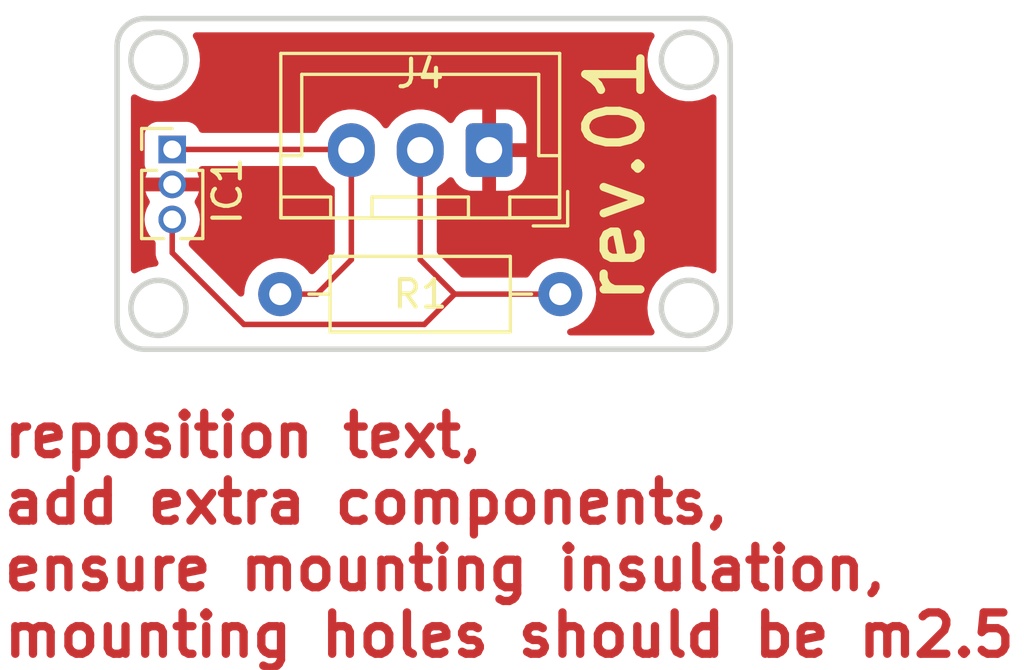
<source format=kicad_pcb>
(kicad_pcb (version 20240108) (generator "pcbnew") (generator_version "8.0")
  (layers (0 "F.Cu" signal) (31 "B.Cu" signal) (34 "B.Paste" user) (35 "F.Paste" user) (36 "B.SilkS" user "B.Silkscreen") (37 "F.SilkS" user "F.Silkscreen") (38 "B.Mask" user) (39 "F.Mask" user) (44 "Edge.Cuts" user))
  (net 0 "")
  (net 1 "Net-(IC1-SUPPLY)")
  (net 2 "Net-(IC1-OUTPUT)")
  (net 3 "GNDREF")
  (footprint "Connector_PinHeader_1.27mm:PinHeader_1x03_P1.27mm_Vertical" (layer "F.Cu") (at 100.75 78.25)
    (property "Reference" "IC1" (at 2 1.5 90) (layer "F.SilkS"))
    (property "Value" "A3144EUA")
    (fp_line (start -1.11 -0.76) (end 0 -0.76) (stroke (width 0.12)) (layer "F.SilkS"))
    (fp_line (start -1.11 0) (end -1.11 -0.76) (stroke (width 0.12)) (layer "F.SilkS"))
    (fp_line (start -1.11 0.76) (end -1.11 3.235) (stroke (width 0.12)) (layer "F.SilkS"))
    (fp_line (start -1.11 0.76) (end -0.563471 0.76) (stroke (width 0.12)) (layer "F.SilkS"))
    (fp_line (start -1.11 3.235) (end -0.30753 3.235) (stroke (width 0.12)) (layer "F.SilkS"))
    (fp_line (start 0.30753 3.235) (end 1.11 3.235) (stroke (width 0.12)) (layer "F.SilkS"))
    (fp_line (start 0.563471 0.76) (end 1.11 0.76) (stroke (width 0.12)) (layer "F.SilkS"))
    (fp_line (start 1.11 0.76) (end 1.11 3.235) (stroke (width 0.12)) (layer "F.SilkS"))
    (pad "1" thru_hole rect (at 0 0) (size 1 1) (drill 0.65) (layers "*.Cu" "*.Mask") (net 1 "Net-(IC1-SUPPLY)"))
    (pad "2" thru_hole oval (at 0 1.27) (size 1 1) (drill 0.65) (layers "*.Cu" "*.Mask") (net 3 "GNDREF"))
    (pad "3" thru_hole oval (at 0 2.54) (size 1 1) (drill 0.65) (layers "*.Cu" "*.Mask") (net 2 "Net-(IC1-OUTPUT)"))
  )
  (footprint "Resistor_THT:R_Axial_DIN0207_L6.3mm_D2.5mm_P10.16mm_Horizontal" (layer "F.Cu") (at 114.83 83.5 180)
    (property "Reference" "R1" (at 5.08 0 180) (layer "F.SilkS"))
    (property "Value" "10kΩ")
    (fp_line (start 9.12 0) (end 8.35 0) (stroke (width 0.12)) (layer "F.SilkS"))
    (fp_line (start 8.35 1.37) (end 8.35 -1.37) (stroke (width 0.12)) (layer "F.SilkS"))
    (fp_line (start 8.35 -1.37) (end 1.81 -1.37) (stroke (width 0.12)) (layer "F.SilkS"))
    (fp_line (start 1.81 1.37) (end 8.35 1.37) (stroke (width 0.12)) (layer "F.SilkS"))
    (fp_line (start 1.81 -1.37) (end 1.81 1.37) (stroke (width 0.12)) (layer "F.SilkS"))
    (fp_line (start 1.04 0) (end 1.81 0) (stroke (width 0.12)) (layer "F.SilkS"))
    (pad "1" thru_hole circle (at 0 0 180) (size 1.6 1.6) (drill 0.8) (layers "*.Cu" "*.Mask") (net 2 "Net-(IC1-OUTPUT)"))
    (pad "2" thru_hole oval (at 10.16 0 180) (size 1.6 1.6) (drill 0.8) (layers "*.Cu" "*.Mask") (net 1 "Net-(IC1-SUPPLY)"))
  )
  (footprint "Connector_JST:JST_XH_B3B-XH-A_1x03_P2.50mm_Vertical" (layer "F.Cu") (at 112.25 78.275 180)
    (property "Reference" "J4" (at 2.5 2.775 180) (layer "F.SilkS"))
    (property "Value" "Conn_01x03")
    (fp_line (start 7.56 3.51) (end 7.56 -2.46) (stroke (width 0.12)) (layer "F.SilkS"))
    (fp_line (start 7.56 -2.46) (end -2.56 -2.46) (stroke (width 0.12)) (layer "F.SilkS"))
    (fp_line (start 7.55 -0.2) (end 6.8 -0.2) (stroke (width 0.12)) (layer "F.SilkS"))
    (fp_line (start 7.55 -1.7) (end 7.55 -2.45) (stroke (width 0.12)) (layer "F.SilkS"))
    (fp_line (start 7.55 -2.45) (end 5.75 -2.45) (stroke (width 0.12)) (layer "F.SilkS"))
    (fp_line (start 6.8 2.75) (end 2.5 2.75) (stroke (width 0.12)) (layer "F.SilkS"))
    (fp_line (start 6.8 -0.2) (end 6.8 2.75) (stroke (width 0.12)) (layer "F.SilkS"))
    (fp_line (start 5.75 -1.7) (end 7.55 -1.7) (stroke (width 0.12)) (layer "F.SilkS"))
    (fp_line (start 5.75 -2.45) (end 5.75 -1.7) (stroke (width 0.12)) (layer "F.SilkS"))
    (fp_line (start 4.25 -1.7) (end 4.25 -2.45) (stroke (width 0.12)) (layer "F.SilkS"))
    (fp_line (start 4.25 -2.45) (end 0.75 -2.45) (stroke (width 0.12)) (layer "F.SilkS"))
    (fp_line (start 0.75 -1.7) (end 4.25 -1.7) (stroke (width 0.12)) (layer "F.SilkS"))
    (fp_line (start 0.75 -2.45) (end 0.75 -1.7) (stroke (width 0.12)) (layer "F.SilkS"))
    (fp_line (start -0.75 -1.7) (end -0.75 -2.45) (stroke (width 0.12)) (layer "F.SilkS"))
    (fp_line (start -0.75 -2.45) (end -2.55 -2.45) (stroke (width 0.12)) (layer "F.SilkS"))
    (fp_line (start -1.6 -2.75) (end -2.85 -2.75) (stroke (width 0.12)) (layer "F.SilkS"))
    (fp_line (start -1.8 2.75) (end 2.5 2.75) (stroke (width 0.12)) (layer "F.SilkS"))
    (fp_line (start -1.8 -0.2) (end -1.8 2.75) (stroke (width 0.12)) (layer "F.SilkS"))
    (fp_line (start -2.55 -0.2) (end -1.8 -0.2) (stroke (width 0.12)) (layer "F.SilkS"))
    (fp_line (start -2.55 -1.7) (end -0.75 -1.7) (stroke (width 0.12)) (layer "F.SilkS"))
    (fp_line (start -2.55 -2.45) (end -2.55 -1.7) (stroke (width 0.12)) (layer "F.SilkS"))
    (fp_line (start -2.56 3.51) (end 7.56 3.51) (stroke (width 0.12)) (layer "F.SilkS"))
    (fp_line (start -2.56 -2.46) (end -2.56 3.51) (stroke (width 0.12)) (layer "F.SilkS"))
    (fp_line (start -2.85 -2.75) (end -2.85 -1.5) (stroke (width 0.12)) (layer "F.SilkS"))
    (pad "1" thru_hole roundrect (at 0 0 180) (size 1.7 1.95) (drill 0.95) (layers "*.Cu" "*.Mask") (roundrect_rratio 0.147059) (net 3 "GNDREF"))
    (pad "2" thru_hole oval (at 2.5 0 180) (size 1.7 1.95) (drill 0.95) (layers "*.Cu" "*.Mask") (net 2 "Net-(IC1-OUTPUT)"))
    (pad "3" thru_hole oval (at 5 0 180) (size 1.7 1.95) (drill 0.95) (layers "*.Cu" "*.Mask") (net 1 "Net-(IC1-SUPPLY)"))
  )
  (gr_circle (center 119.5 84) (end 120.5 84) (stroke (width 0.2)) (fill none) (layer "Edge.Cuts"))
  (gr_circle (center 100.25 84) (end 101.25 84) (stroke (width 0.2)) (fill none) (layer "Edge.Cuts"))
  (gr_arc (start 98.75 74.5) (mid 99.042893 73.792893) (end 99.75 73.5) (stroke (width 0.2)) (layer "Edge.Cuts"))
  (gr_arc (start 120.999998 84.499998) (mid 120.707105 85.207105) (end 119.999998 85.499998) (stroke (width 0.2)) (layer "Edge.Cuts"))
  (gr_circle (center 100.25 75) (end 100.25 74) (stroke (width 0.2)) (fill none) (layer "Edge.Cuts"))
  (gr_arc (start 119.999998 73.5) (mid 120.707104 73.792893) (end 120.999998 74.5) (stroke (width 0.2)) (layer "Edge.Cuts"))
  (gr_circle (center 119.5 75) (end 120.5 75) (stroke (width 0.2)) (fill none) (layer "Edge.Cuts"))
  (gr_line (start 119.999998 85.499998) (end 99.75 85.499998) (stroke (width 0.2)) (layer "Edge.Cuts"))
  (gr_line (start 120.999998 74.5) (end 120.999998 84.499998) (stroke (width 0.2)) (layer "Edge.Cuts"))
  (gr_line (start 99.75 73.5) (end 119.999998 73.5) (stroke (width 0.2)) (layer "Edge.Cuts"))
  (gr_line (start 98.75 84.499998) (end 98.75 74.5) (stroke (width 0.2)) (layer "Edge.Cuts"))
  (gr_arc (start 99.75 85.499998) (mid 99.042893 85.207105) (end 98.75 84.499998) (stroke (width 0.2)) (layer "Edge.Cuts"))
  (gr_text "reposition text, \nadd extra components, \nensure mounting insulation, \nmounting holes should be m2.5" (at 94.5 96.75 0) (layer "F.Cu") (effects (font (size 1.5 1.5) (thickness 0.3) (bold yes)) (justify left bottom)))
  (gr_text "rev.01\n" (at 118 84 90) (layer "F.SilkS") (effects (font (size 2 2) (thickness 0.3)) (justify left bottom)))
  (segment (start 106 83.5) (end 107.25 82.25) (width 0.2) (layer "F.Cu") (net 1))
  (segment (start 100.75 78.25) (end 107.225 78.25) (width 0.2) (layer "F.Cu") (net 1))
  (segment (start 107.25 82.25) (end 107.25 78.275) (width 0.2) (layer "F.Cu") (net 1))
  (segment (start 107.225 78.25) (end 107.25 78.275) (width 0.2) (layer "F.Cu") (net 1))
  (segment (start 104.67 83.5) (end 106 83.5) (width 0.2) (layer "F.Cu") (net 1))
  (segment (start 109.9 84.6) (end 111 83.5) (width 0.2) (layer "F.Cu") (net 2))
  (segment (start 111 83.5) (end 109.75 82.25) (width 0.2) (layer "F.Cu") (net 2))
  (segment (start 103.35 84.6) (end 109.9 84.6) (width 0.2) (layer "F.Cu") (net 2))
  (segment (start 114.83 83.5) (end 111 83.5) (width 0.2) (layer "F.Cu") (net 2))
  (segment (start 100.75 82) (end 103.35 84.6) (width 0.2) (layer "F.Cu") (net 2))
  (segment (start 100.75 80.79) (end 100.75 82) (width 0.2) (layer "F.Cu") (net 2))
  (segment (start 109.75 82.25) (end 109.75 78.275) (width 0.2) (layer "F.Cu") (net 2))
  (zone (net 3) (net_name "GNDREF") (layer "F.Cu") (connect_pads (clearance 0.5)) (min_thickness 0.25) (fill yes (thermal_gap 0.5) (thermal_bridge_width 0.5))
    (polygon (pts (xy 98.75 73.5) (xy 98.75 85.5) (xy 121 85.5) (xy 121 73.5)))
  )
)
</source>
